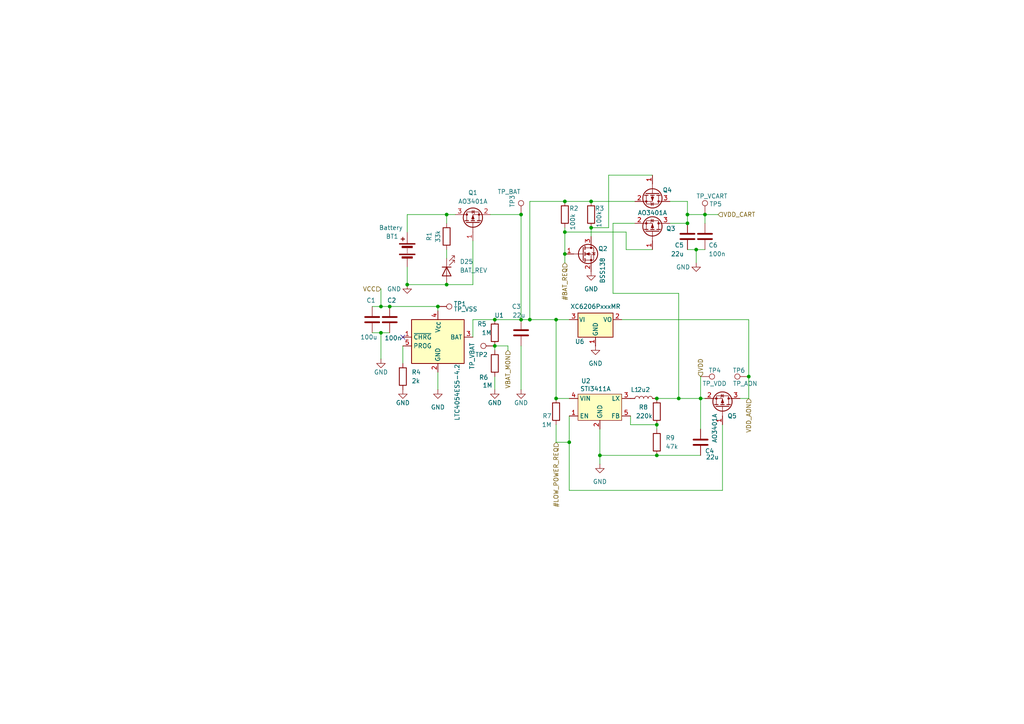
<source format=kicad_sch>
(kicad_sch (version 20231120) (generator "eeschema") (generator_version "8.0")
  (paper "A4")
  (title_block (title "Power systems"))
  (lib_symbols
    (symbol "Battery_Management:LTC4054ES5-4.2"
      (property "Reference" "U" (at -5.842 6.604 0))
      (property "Value" "LTC4054ES5-4.2" (at 1.524 6.604 0))
      (symbol "LTC4054ES5-4.2_0_1"
        (rectangle (start -7.62 5.08) (end 7.62 -7.62) (stroke (width 0.254)) (fill (type background)))
      )
      (symbol "LTC4054ES5-4.2_1_1"
        (pin open_collector line (at -10.16 0 0) (length 2.54) (name "~{CHRG}") (number "1"))
        (pin power_in line (at 0 -10.16 90) (length 2.54) (name "GND") (number "2"))
        (pin power_out line (at 10.16 0 180) (length 2.54) (name "BAT") (number "3"))
        (pin power_in line (at 0 7.62 270) (length 2.54) (name "V_{CC}") (number "4"))
        (pin bidirectional line (at -10.16 -2.54 0) (length 2.54) (name "PROG") (number "5"))
      )
    )
    (symbol "Connector:TestPoint" (pin_numbers hide) (pin_names (offset 0.762) hide)
      (property "Reference" "TP" (at 0 6.858 0))
      (property "Value" "TestPoint" (at 0 5.08 0))
      (symbol "TestPoint_0_1"
        (circle (center 0 3.302) (radius 0.762))
      )
      (symbol "TestPoint_1_1"
        (pin passive line (at 0 0 90) (length 2.54) (name "1") (number "1"))
      )
    )
    (symbol "Device:Battery" (pin_numbers hide) (pin_names (offset 0) hide)
      (property "Reference" "BT" (at 2.54 2.54 0))
      (property "Value" "Battery" (at 2.54 0 0))
      (symbol "Battery_0_1"
        (rectangle (start -2.286 -1.27) (end 2.286 -1.524) (fill (type outline)))
        (rectangle (start -2.286 1.778) (end 2.286 1.524) (fill (type outline)))
        (rectangle (start -1.524 -2.032) (end 1.524 -2.54) (fill (type outline)))
        (rectangle (start -1.524 1.016) (end 1.524 0.508) (fill (type outline)))
        (polyline (pts (xy 0 -1.016) (xy 0 -0.762)))
        (polyline (pts (xy 0 -0.508) (xy 0 -0.254)))
        (polyline (pts (xy 0 0) (xy 0 0.254)))
        (polyline (pts (xy 0 1.778) (xy 0 2.54)))
        (polyline (pts (xy 0.762 3.048) (xy 1.778 3.048)) (stroke (width 0.254)))
        (polyline (pts (xy 1.27 3.556) (xy 1.27 2.54)) (stroke (width 0.254)))
      )
      (symbol "Battery_1_1"
        (pin passive line (at 0 5.08 270) (length 2.54) (name "+") (number "1"))
        (pin passive line (at 0 -5.08 90) (length 2.54) (name "-") (number "2"))
      )
    )
    (symbol "Device:C" (pin_numbers hide) (pin_names (offset 0.254))
      (property "Reference" "C" (at 0.635 2.54 0))
      (property "Value" "C" (at 0.635 -2.54 0))
      (symbol "C_0_1"
        (polyline (pts (xy -2.032 -0.762) (xy 2.032 -0.762)) (stroke (width 0.508)))
        (polyline (pts (xy -2.032 0.762) (xy 2.032 0.762)) (stroke (width 0.508)))
      )
      (symbol "C_1_1"
        (pin passive line (at 0 3.81 270) (length 2.794) (name "~") (number "1"))
        (pin passive line (at 0 -3.81 90) (length 2.794) (name "~") (number "2"))
      )
    )
    (symbol "Device:L" (pin_numbers hide) (pin_names (offset 1.016) hide)
      (property "Reference" "L" (at -1.27 0 90))
      (property "Value" "L" (at 1.905 0 90))
      (symbol "L_0_1"
        (arc (start 0 -2.54) (mid 0.6323 -1.905) (end 0 -1.27))
        (arc (start 0 -1.27) (mid 0.6323 -0.635) (end 0 0))
        (arc (start 0 0) (mid 0.6323 0.635) (end 0 1.27))
        (arc (start 0 1.27) (mid 0.6323 1.905) (end 0 2.54))
      )
      (symbol "L_1_1"
        (pin passive line (at 0 3.81 270) (length 1.27) (name "1") (number "1"))
        (pin passive line (at 0 -3.81 90) (length 1.27) (name "2") (number "2"))
      )
    )
    (symbol "Device:LED" (pin_numbers hide) (pin_names (offset 1.016) hide)
      (property "Reference" "D" (at 0 2.54 0))
      (property "Value" "LED" (at 0 -2.54 0))
      (symbol "LED_0_1"
        (polyline (pts (xy -1.27 -1.27) (xy -1.27 1.27)) (stroke (width 0.254)))
        (polyline (pts (xy -1.27 0) (xy 1.27 0)))
        (polyline (pts (xy 1.27 -1.27) (xy 1.27 1.27) (xy -1.27 0) (xy 1.27 -1.27)) (stroke (width 0.254)))
        (polyline (pts (xy -3.048 -0.762) (xy -4.572 -2.286) (xy -3.81 -2.286) (xy -4.572 -2.286) (xy -4.572 -1.524)))
        (polyline (pts (xy -1.778 -0.762) (xy -3.302 -2.286) (xy -2.54 -2.286) (xy -3.302 -2.286) (xy -3.302 -1.524)))
      )
      (symbol "LED_1_1"
        (pin passive line (at -3.81 0 0) (length 2.54) (name "K") (number "1"))
        (pin passive line (at 3.81 0 180) (length 2.54) (name "A") (number "2"))
      )
    )
    (symbol "Device:R" (pin_numbers hide) (pin_names (offset 0))
      (property "Reference" "R" (at 2.032 0 90))
      (property "Value" "R" (at 0 0 90))
      (symbol "R_0_1"
        (rectangle (start -1.016 -2.54) (end 1.016 2.54) (stroke (width 0.254)))
      )
      (symbol "R_1_1"
        (pin passive line (at 0 3.81 270) (length 1.27) (name "~") (number "1"))
        (pin passive line (at 0 -3.81 90) (length 1.27) (name "~") (number "2"))
      )
    )
    (symbol "Regulator_Linear:XC6206PxxxMR" (pin_names (offset 0.254))
      (property "Reference" "U" (at -3.81 3.175 0))
      (property "Value" "XC6206PxxxMR" (at 0 3.175 0))
      (symbol "XC6206PxxxMR_0_1"
        (rectangle (start -5.08 1.905) (end 5.08 -5.08) (stroke (width 0.254)) (fill (type background)))
      )
      (symbol "XC6206PxxxMR_1_1"
        (pin power_in line (at 0 -7.62 90) (length 2.54) (name "GND") (number "1"))
        (pin power_out line (at 7.62 0 180) (length 2.54) (name "VO") (number "2"))
        (pin power_in line (at -7.62 0 0) (length 2.54) (name "VI") (number "3"))
      )
    )
    (symbol "Transistor_FET:AO3401A" (pin_names hide)
      (property "Reference" "Q" (at 5.08 1.905 0))
      (property "Value" "AO3401A" (at 5.08 0 0))
      (symbol "AO3401A_0_1"
        (polyline (pts (xy 0.254 0) (xy -2.54 0)))
        (polyline (pts (xy 0.254 1.905) (xy 0.254 -1.905)) (stroke (width 0.254)))
        (polyline (pts (xy 0.762 -1.27) (xy 0.762 -2.286)) (stroke (width 0.254)))
        (polyline (pts (xy 0.762 0.508) (xy 0.762 -0.508)) (stroke (width 0.254)))
        (polyline (pts (xy 0.762 2.286) (xy 0.762 1.27)) (stroke (width 0.254)))
        (polyline (pts (xy 2.54 2.54) (xy 2.54 1.778)))
        (polyline (pts (xy 2.54 -2.54) (xy 2.54 0) (xy 0.762 0)))
        (polyline (pts (xy 0.762 1.778) (xy 3.302 1.778) (xy 3.302 -1.778) (xy 0.762 -1.778)))
        (polyline (pts (xy 2.286 0) (xy 1.27 0.381) (xy 1.27 -0.381) (xy 2.286 0)) (fill (type outline)))
        (polyline (pts (xy 2.794 -0.508) (xy 2.921 -0.381) (xy 3.683 -0.381) (xy 3.81 -0.254)))
        (polyline (pts (xy 3.302 -0.381) (xy 2.921 0.254) (xy 3.683 0.254) (xy 3.302 -0.381)))
        (circle (center 1.651 0) (radius 2.794) (stroke (width 0.254)))
        (circle (center 2.54 -1.778) (radius 0.254) (fill (type outline)))
        (circle (center 2.54 1.778) (radius 0.254) (fill (type outline)))
      )
      (symbol "AO3401A_1_1"
        (pin input line (at -5.08 0 0) (length 2.54) (name "G") (number "1"))
        (pin passive line (at 2.54 -5.08 90) (length 2.54) (name "S") (number "2"))
        (pin passive line (at 2.54 5.08 270) (length 2.54) (name "D") (number "3"))
      )
    )
    (symbol "Transistor_FET:BSS138" (pin_names hide)
      (property "Reference" "Q" (at 5.08 1.905 0))
      (property "Value" "BSS138" (at 5.08 0 0))
      (symbol "BSS138_0_1"
        (polyline (pts (xy 0.254 0) (xy -2.54 0)))
        (polyline (pts (xy 0.254 1.905) (xy 0.254 -1.905)) (stroke (width 0.254)))
        (polyline (pts (xy 0.762 -1.27) (xy 0.762 -2.286)) (stroke (width 0.254)))
        (polyline (pts (xy 0.762 0.508) (xy 0.762 -0.508)) (stroke (width 0.254)))
        (polyline (pts (xy 0.762 2.286) (xy 0.762 1.27)) (stroke (width 0.254)))
        (polyline (pts (xy 2.54 2.54) (xy 2.54 1.778)))
        (polyline (pts (xy 2.54 -2.54) (xy 2.54 0) (xy 0.762 0)))
        (polyline (pts (xy 0.762 -1.778) (xy 3.302 -1.778) (xy 3.302 1.778) (xy 0.762 1.778)))
        (polyline (pts (xy 1.016 0) (xy 2.032 0.381) (xy 2.032 -0.381) (xy 1.016 0)) (fill (type outline)))
        (polyline (pts (xy 2.794 0.508) (xy 2.921 0.381) (xy 3.683 0.381) (xy 3.81 0.254)))
        (polyline (pts (xy 3.302 0.381) (xy 2.921 -0.254) (xy 3.683 -0.254) (xy 3.302 0.381)))
        (circle (center 1.651 0) (radius 2.794) (stroke (width 0.254)))
        (circle (center 2.54 -1.778) (radius 0.254) (fill (type outline)))
        (circle (center 2.54 1.778) (radius 0.254) (fill (type outline)))
      )
      (symbol "BSS138_1_1"
        (pin input line (at -5.08 0 0) (length 2.54) (name "G") (number "1"))
        (pin passive line (at 2.54 -5.08 90) (length 2.54) (name "S") (number "2"))
        (pin passive line (at 2.54 5.08 270) (length 2.54) (name "D") (number "3"))
      )
    )
    (symbol "custom:STI3411"
      (property "Reference" "U2" (at 2.286 3.81 0))
      (property "Value" "STI3411A" (at 5.08 1.524 0))
      (symbol "STI3411_1_1"
        (rectangle (start 0 0) (end 12.7 -7.62) (fill (type background)))
        (pin input line (at -2.54 -6.35 0) (length 2.54) (name "EN") (number "1"))
        (pin power_in line (at 6.35 -10.16 90) (length 2.54) (name "GND") (number "2"))
        (pin power_out line (at 15.24 -1.27 180) (length 2.54) (name "LX") (number "3"))
        (pin power_in line (at -2.54 -1.27 0) (length 2.54) (name "VIN") (number "4"))
        (pin input line (at 15.24 -6.35 180) (length 2.54) (name "FB") (number "5"))
      )
    )
    (symbol "power:GND" (power) (pin_numbers hide) (pin_names (offset 0) hide)
      (property "Value" "GND" (at 0 -3.81 0))
      (symbol "GND_0_1"
        (polyline (pts (xy 0 0) (xy 0 -1.27) (xy 1.27 -1.27) (xy 0 -2.54) (xy -1.27 -1.27) (xy 0 -1.27)))
      )
      (symbol "GND_1_1"
        (pin power_in line (at 0 0 270) (length 0) (name "~") (number "1"))
      )
    )
  )
  (junction (at 163.83 67.31))
  (junction (at 203.2 115.57))
  (junction (at 165.1 128.27))
  (junction (at 199.39 64.77))
  (junction (at 110.49 96.52))
  (junction (at 113.03 88.9))
  (junction (at 153.67 92.71))
  (junction (at 204.47 62.23))
  (junction (at 129.54 82.55))
  (junction (at 173.99 132.08))
  (junction (at 196.85 115.57))
  (junction (at 201.93 72.39))
  (junction (at 190.5 115.57))
  (junction (at 151.13 92.71))
  (junction (at 190.5 123.19))
  (junction (at 161.29 92.71))
  (junction (at 110.49 88.9))
  (junction (at 129.54 62.23))
  (junction (at 171.45 66.04))
  (junction (at 151.13 62.23))
  (junction (at 171.45 58.42))
  (junction (at 143.51 100.33))
  (junction (at 127 88.9))
  (junction (at 217.17 109.22))
  (junction (at 163.83 58.42))
  (junction (at 199.39 62.23))
  (junction (at 161.29 115.57))
  (junction (at 143.51 92.71))
  (junction (at 118.11 82.55))
  (junction (at 163.83 73.66))
  (junction (at 190.5 132.08))
  (no_connect (at 116.84 97.79))
  (wire (pts (xy 110.49 96.52) (xy 113.03 96.52)))
  (wire (pts (xy 199.39 58.42) (xy 199.39 62.23)))
  (wire (pts (xy 116.84 105.41) (xy 116.84 100.33)))
  (wire (pts (xy 182.88 120.65) (xy 182.88 123.19)))
  (wire (pts (xy 209.55 142.24) (xy 209.55 123.19)))
  (wire (pts (xy 129.54 62.23) (xy 118.11 62.23)))
  (wire (pts (xy 176.53 50.8) (xy 189.23 50.8)))
  (wire (pts (xy 217.17 92.71) (xy 217.17 109.22)))
  (wire (pts (xy 163.83 73.66) (xy 163.83 76.2)))
  (wire (pts (xy 173.99 132.08) (xy 190.5 132.08)))
  (wire (pts (xy 181.61 72.39) (xy 181.61 67.31)))
  (wire (pts (xy 110.49 83.82) (xy 110.49 88.9)))
  (wire (pts (xy 129.54 64.77) (xy 129.54 62.23)))
  (wire (pts (xy 190.5 123.19) (xy 190.5 124.46)))
  (wire (pts (xy 153.67 58.42) (xy 153.67 92.71)))
  (wire (pts (xy 132.08 62.23) (xy 129.54 62.23)))
  (wire (pts (xy 190.5 132.08) (xy 203.2 132.08)))
  (wire (pts (xy 171.45 66.04) (xy 171.45 68.58)))
  (wire (pts (xy 199.39 62.23) (xy 199.39 64.77)))
  (wire (pts (xy 201.93 72.39) (xy 201.93 76.2)))
  (wire (pts (xy 110.49 88.9) (xy 113.03 88.9)))
  (wire (pts (xy 203.2 115.57) (xy 203.2 124.46)))
  (wire (pts (xy 127 107.95) (xy 127 113.03)))
  (wire (pts (xy 176.53 66.04) (xy 176.53 50.8)))
  (wire (pts (xy 173.99 124.46) (xy 173.99 132.08)))
  (wire (pts (xy 107.95 88.9) (xy 110.49 88.9)))
  (wire (pts (xy 204.47 62.23) (xy 208.28 62.23)))
  (wire (pts (xy 204.47 115.57) (xy 203.2 115.57)))
  (wire (pts (xy 165.1 128.27) (xy 165.1 120.65)))
  (wire (pts (xy 137.16 69.85) (xy 137.16 82.55)))
  (wire (pts (xy 161.29 92.71) (xy 165.1 92.71)))
  (wire (pts (xy 196.85 85.09) (xy 196.85 115.57)))
  (wire (pts (xy 217.17 115.57) (xy 214.63 115.57)))
  (wire (pts (xy 163.83 67.31) (xy 163.83 73.66)))
  (wire (pts (xy 189.23 72.39) (xy 181.61 72.39)))
  (wire (pts (xy 143.51 109.22) (xy 143.51 113.03)))
  (wire (pts (xy 129.54 82.55) (xy 137.16 82.55)))
  (wire (pts (xy 118.11 62.23) (xy 118.11 67.31)))
  (wire (pts (xy 147.32 100.33) (xy 147.32 101.6)))
  (wire (pts (xy 151.13 92.71) (xy 153.67 92.71)))
  (wire (pts (xy 161.29 92.71) (xy 161.29 115.57)))
  (wire (pts (xy 171.45 66.04) (xy 176.53 66.04)))
  (wire (pts (xy 177.8 85.09) (xy 196.85 85.09)))
  (wire (pts (xy 196.85 115.57) (xy 203.2 115.57)))
  (wire (pts (xy 181.61 67.31) (xy 163.83 67.31)))
  (wire (pts (xy 203.2 109.22) (xy 203.2 115.57)))
  (wire (pts (xy 190.5 115.57) (xy 196.85 115.57)))
  (wire (pts (xy 127 88.9) (xy 127 90.17)))
  (wire (pts (xy 161.29 128.27) (xy 161.29 123.19)))
  (wire (pts (xy 201.93 72.39) (xy 204.47 72.39)))
  (wire (pts (xy 163.83 58.42) (xy 171.45 58.42)))
  (wire (pts (xy 143.51 92.71) (xy 151.13 92.71)))
  (wire (pts (xy 204.47 62.23) (xy 204.47 64.77)))
  (wire (pts (xy 147.32 100.33) (xy 143.51 100.33)))
  (wire (pts (xy 163.83 66.04) (xy 163.83 67.31)))
  (wire (pts (xy 171.45 58.42) (xy 184.15 58.42)))
  (wire (pts (xy 177.8 64.77) (xy 177.8 85.09)))
  (wire (pts (xy 137.16 92.71) (xy 143.51 92.71)))
  (wire (pts (xy 199.39 58.42) (xy 194.31 58.42)))
  (wire (pts (xy 165.1 128.27) (xy 165.1 142.24)))
  (wire (pts (xy 161.29 115.57) (xy 165.1 115.57)))
  (wire (pts (xy 199.39 72.39) (xy 201.93 72.39)))
  (wire (pts (xy 194.31 64.77) (xy 199.39 64.77)))
  (wire (pts (xy 180.34 92.71) (xy 217.17 92.71)))
  (wire (pts (xy 137.16 92.71) (xy 137.16 97.79)))
  (wire (pts (xy 118.11 82.55) (xy 129.54 82.55)))
  (wire (pts (xy 177.8 64.77) (xy 184.15 64.77)))
  (wire (pts (xy 199.39 62.23) (xy 204.47 62.23)))
  (wire (pts (xy 118.11 77.47) (xy 118.11 82.55)))
  (wire (pts (xy 165.1 142.24) (xy 209.55 142.24)))
  (wire (pts (xy 129.54 72.39) (xy 129.54 74.93)))
  (wire (pts (xy 107.95 96.52) (xy 110.49 96.52)))
  (wire (pts (xy 151.13 62.23) (xy 151.13 92.71)))
  (wire (pts (xy 113.03 88.9) (xy 127 88.9)))
  (wire (pts (xy 151.13 100.33) (xy 151.13 113.03)))
  (wire (pts (xy 161.29 128.27) (xy 165.1 128.27)))
  (wire (pts (xy 153.67 58.42) (xy 163.83 58.42)))
  (wire (pts (xy 182.88 123.19) (xy 190.5 123.19)))
  (wire (pts (xy 142.24 62.23) (xy 151.13 62.23)))
  (wire (pts (xy 173.99 134.62) (xy 173.99 132.08)))
  (wire (pts (xy 110.49 96.52) (xy 110.49 104.14)))
  (wire (pts (xy 217.17 109.22) (xy 217.17 115.57)))
  (wire (pts (xy 143.51 100.33) (xy 143.51 101.6)))
  (wire (pts (xy 153.67 92.71) (xy 161.29 92.71)))
  (hierarchical_label "#LOW_POWER_REQ" (shape input) (at 161.29 128.27 270))
  (hierarchical_label "VDD_AON" (shape input) (at 217.17 115.57 270))
  (hierarchical_label "#BAT_REQ" (shape input) (at 163.83 76.2 270))
  (hierarchical_label "VDD_CART" (shape input) (at 208.28 62.23 0))
  (hierarchical_label "VCC" (shape input) (at 110.49 83.82 180))
  (hierarchical_label "VDD" (shape input) (at 203.2 109.22 90))
  (hierarchical_label "VBAT_MON" (shape input) (at 147.32 101.6 270))
  (symbol (lib_id "Connector:TestPoint") (at 203.2 109.22 270) (unit 1)
    (property "Reference" "TP4" (at 205.486 107.442 90) (effects (justify left)))
    (property "Value" "TP_VDD" (at 203.708 111.252 90) (effects (justify left)))
    (property "Footprint" "TestPoint:TestPoint_Pad_1.5x1.5mm" (effects (hide yes)))
    (property "Description" "test point" (effects (hide yes)))
  )
  (symbol (lib_id "Connector:TestPoint") (at 127 88.9 270) (unit 1)
    (property "Reference" "TP1" (at 131.572 88.138 90) (effects (justify left)))
    (property "Value" "TP_VSS" (at 131.572 89.662 90) (effects (justify left)))
    (property "Footprint" "TestPoint:TestPoint_Pad_1.5x1.5mm" (effects (hide yes)))
    (property "Description" "test point" (effects (hide yes)))
  )
  (symbol (lib_id "Battery_Management:LTC4054ES5-4.2") (at 127 97.79 0) (unit 1)
    (property "Reference" "U1" (at 144.78 91.4714 0))
    (property "Value" "LTC4054ES5-4.2" (at 132.588 113.792 90))
    (property "Footprint" "Package_TO_SOT_SMD:TSOT-23-5" (effects (hide yes)))
    (property "Datasheet" "https://www.analog.com/media/en/technical-documentation/data-sheets/405442xf.pdf" (effects (hide yes)))
    (property "Description" "Constant-current/constant-voltage linear charger for single cell lithium-ion batteries with 2.9V Trickle Charge, 4.5V to 6.5V VDD, -40 to +85 degree Celsius, TSOT-23-5" (effects (hide yes)))
  )
  (symbol (lib_id "Device:C") (at 199.39 68.58 0) (mirror y) (unit 1)
    (property "Reference" "C5" (at 198.374 71.12 0) (effects (justify left)))
    (property "Value" "22u" (at 198.374 73.66 0) (effects (justify left)))
    (property "Footprint" "Resistor_SMD:R_1210_3225Metric_Pad1.30x2.65mm_HandSolder" (effects (hide yes)))
    (property "Description" "Unpolarized capacitor" (effects (hide yes)))
  )
  (symbol (lib_id "Transistor_FET:AO3401A") (at 189.23 67.31 270) (mirror x) (unit 1)
    (property "Reference" "Q4" (at 193.548 55.118 90))
    (property "Value" "AO3401A" (effects (hide yes)))
    (property "Footprint" "Package_TO_SOT_SMD:SOT-23" (effects (hide yes)))
    (property "Datasheet" "http://www.aosmd.com/pdfs/datasheet/AO3401A.pdf" (effects (hide yes)))
    (property "Description" "-4.0A Id, -30V Vds, P-Channel MOSFET, SOT-23" (effects (hide yes)))
  )
  (symbol (lib_id "Connector:TestPoint") (at 143.51 100.33 90) (unit 1)
    (property "Reference" "TP2" (at 141.478 102.87 90) (effects (justify left)))
    (property "Value" "TP_VBAT" (at 136.906 107.188 0) (effects (justify left)))
    (property "Footprint" "TestPoint:TestPoint_Pad_1.5x1.5mm" (effects (hide yes)))
    (property "Description" "test point" (effects (hide yes)))
  )
  (symbol (lib_id "Regulator_Linear:XC6206PxxxMR") (at 172.72 92.71 0) (unit 1)
    (property "Reference" "U6" (at 168.148 99.06 0))
    (property "Value" "XC6206PxxxMR" (at 172.72 88.9 0))
    (property "Footprint" "Package_TO_SOT_SMD:SOT-23-3" (effects (hide yes)))
    (property "Datasheet" "https://www.torexsemi.com/file/xc6206/XC6206.pdf" (effects (hide yes)))
    (property "Description" "Positive 60-250mA Low Dropout Regulator, Fixed Output, SOT-23" (effects (hide yes)))
  )
  (symbol (lib_id "Device:L") (at 186.69 115.57 90) (unit 1)
    (property "Reference" "L1" (at 184.15 113.03 90))
    (property "Value" "2u2" (at 186.69 113.03 90))
    (property "Footprint" "Inductor_SMD:L_Chilisin_BMRA00050530" (effects (hide yes)))
    (property "Description" "Inductor" (effects (hide yes)))
  )
  (symbol (lib_id "power:GND") (at 201.93 76.2 0) (mirror y) (unit 1)
    (property "Reference" "#PWR031" (effects (hide yes)))
    (property "Value" "GND" (at 198.12 77.47 0))
    (property "Description" "Power symbol creates a global label with name \"GND\" , ground" (effects (hide yes)))
  )
  (symbol (lib_id "Device:R") (at 161.29 119.38 0) (mirror y) (unit 1)
    (property "Reference" "R7" (at 160.02 120.65 0) (effects (justify left)))
    (property "Value" "1M" (at 160.02 123.19 0) (effects (justify left)))
    (property "Footprint" "Resistor_SMD:R_0805_2012Metric_Pad1.20x1.40mm_HandSolder" (effects (hide yes)))
    (property "Description" "Resistor" (effects (hide yes)))
  )
  (symbol (lib_id "Device:R") (at 143.51 96.52 0) (unit 1)
    (property "Reference" "R5" (at 138.43 93.98 0) (effects (justify left)))
    (property "Value" "1M" (at 139.7 96.52 0) (effects (justify left)))
    (property "Footprint" "Resistor_SMD:R_0805_2012Metric_Pad1.20x1.40mm_HandSolder" (effects (hide yes)))
    (property "Description" "Resistor" (effects (hide yes)))
  )
  (symbol (lib_id "Device:R") (at 171.45 62.23 0) (mirror y) (unit 1)
    (property "Reference" "R3" (at 175.26 60.452 0) (effects (justify left)))
    (property "Value" "100k" (at 173.736 66.04 90) (effects (justify left)))
    (property "Footprint" "Resistor_SMD:R_0805_2012Metric_Pad1.20x1.40mm_HandSolder" (effects (hide yes)))
    (property "Description" "Resistor" (effects (hide yes)))
  )
  (symbol (lib_id "Device:R") (at 190.5 119.38 0) (mirror y) (unit 1)
    (property "Reference" "R8" (at 187.96 118.11 0) (effects (justify left)))
    (property "Value" "220k" (at 184.404 120.65 0) (effects (justify right)))
    (property "Footprint" "Resistor_SMD:R_0805_2012Metric_Pad1.20x1.40mm_HandSolder" (effects (hide yes)))
    (property "Description" "Resistor" (effects (hide yes)))
  )
  (symbol (lib_id "Connector:TestPoint") (at 204.47 62.23 0) (unit 1)
    (property "Reference" "TP5" (at 205.74 59.182 0) (effects (justify left)))
    (property "Value" "TP_VCART" (at 201.93 56.896 0) (effects (justify left)))
    (property "Footprint" "TestPoint:TestPoint_Pad_1.5x1.5mm" (effects (hide yes)))
    (property "Description" "test point" (effects (hide yes)))
  )
  (symbol (lib_id "Device:C") (at 107.95 92.71 0) (mirror y) (unit 1)
    (property "Reference" "C1" (at 108.966 87.122 0) (effects (justify left)))
    (property "Value" "100u" (at 109.474 97.79 0) (effects (justify left)))
    (property "Footprint" "Capacitor_SMD:C_Elec_5x5.4" (effects (hide yes)))
    (property "Description" "Unpolarized capacitor" (effects (hide yes)))
  )
  (symbol (lib_id "Transistor_FET:AO3401A") (at 189.23 55.88 270) (unit 1)
    (property "Reference" "Q3" (at 194.564 66.294 90))
    (property "Value" "AO3401A" (at 189.23 61.722 90))
    (property "Footprint" "Package_TO_SOT_SMD:SOT-23" (effects (hide yes)))
    (property "Datasheet" "http://www.aosmd.com/pdfs/datasheet/AO3401A.pdf" (effects (hide yes)))
    (property "Description" "-4.0A Id, -30V Vds, P-Channel MOSFET, SOT-23" (effects (hide yes)))
  )
  (symbol (lib_id "Connector:TestPoint") (at 151.13 62.23 0) (unit 1)
    (property "Reference" "TP3" (at 148.59 60.198 90) (effects (justify left)))
    (property "Value" "TP_BAT" (at 144.272 55.626 0) (effects (justify left)))
    (property "Footprint" "TestPoint:TestPoint_Pad_1.5x1.5mm" (effects (hide yes)))
    (property "Description" "test point" (effects (hide yes)))
  )
  (symbol (lib_id "Device:C") (at 204.47 68.58 0) (unit 1)
    (property "Reference" "C6" (at 205.486 71.12 0) (effects (justify left)))
    (property "Value" "100n" (at 205.486 73.66 0) (effects (justify left)))
    (property "Footprint" "Resistor_SMD:R_0805_2012Metric_Pad1.20x1.40mm_HandSolder" (effects (hide yes)))
    (property "Description" "Unpolarized capacitor" (effects (hide yes)))
  )
  (symbol (lib_id "power:GND") (at 171.45 78.74 0) (unit 1)
    (property "Reference" "#PWR028" (effects (hide yes)))
    (property "Value" "GND" (at 171.45 83.82 0))
    (property "Description" "Power symbol creates a global label with name \"GND\" , ground" (effects (hide yes)))
  )
  (symbol (lib_id "custom:STI3411") (at 167.64 114.3 0) (unit 1)
    (property "Reference" "U2" (at 169.926 110.49 0))
    (property "Value" "STI3411A" (at 172.72 112.776 0))
    (property "Footprint" "Package_TO_SOT_SMD:TSOT-23-5" (effects (hide yes)))
  )
  (symbol (lib_id "Device:R") (at 163.83 62.23 0) (unit 1)
    (property "Reference" "R2" (at 165.1 60.452 0) (effects (justify left)))
    (property "Value" "100k" (at 166.116 66.802 90) (effects (justify left)))
    (property "Footprint" "Resistor_SMD:R_0805_2012Metric_Pad1.20x1.40mm_HandSolder" (effects (hide yes)))
    (property "Description" "Resistor" (effects (hide yes)))
  )
  (symbol (lib_id "power:GND") (at 172.72 100.33 0) (unit 1)
    (property "Reference" "#PWR029" (effects (hide yes)))
    (property "Value" "GND" (at 172.72 105.41 0))
    (property "Description" "Power symbol creates a global label with name \"GND\" , ground" (effects (hide yes)))
  )
  (symbol (lib_id "Device:C") (at 203.2 128.27 0) (mirror y) (unit 1)
    (property "Reference" "C4" (at 204.47 130.81 0) (effects (justify right)))
    (property "Value" "22u" (at 204.724 132.588 0) (effects (justify right)))
    (property "Footprint" "Capacitor_SMD:C_0805_2012Metric_Pad1.18x1.45mm_HandSolder" (effects (hide yes)))
    (property "Description" "Unpolarized capacitor" (effects (hide yes)))
  )
  (symbol (lib_id "Device:R") (at 190.5 128.27 0) (unit 1)
    (property "Reference" "R9" (at 193.04 126.9999 0) (effects (justify left)))
    (property "Value" "47k" (at 193.04 129.5399 0) (effects (justify left)))
    (property "Footprint" "Resistor_SMD:R_0805_2012Metric_Pad1.20x1.40mm_HandSolder" (effects (hide yes)))
    (property "Description" "Resistor" (effects (hide yes)))
  )
  (symbol (lib_id "power:GND") (at 127 113.03 0) (unit 1)
    (property "Reference" "#PWR019" (effects (hide yes)))
    (property "Value" "GND" (at 127 118.11 0))
    (property "Description" "Power symbol creates a global label with name \"GND\" , ground" (effects (hide yes)))
  )
  (symbol (lib_id "Device:C") (at 113.03 92.71 0) (unit 1)
    (property "Reference" "C2" (at 112.268 87.122 0) (effects (justify left)))
    (property "Value" "100n" (at 111.506 98.044 0) (effects (justify left)))
    (property "Footprint" "Capacitor_SMD:C_0805_2012Metric" (effects (hide yes)))
    (property "Description" "Unpolarized capacitor" (effects (hide yes)))
  )
  (symbol (lib_id "power:GND") (at 173.99 134.62 0) (unit 1)
    (property "Reference" "#PWR030" (effects (hide yes)))
    (property "Value" "GND" (at 173.99 139.7 0))
    (property "Description" "Power symbol creates a global label with name \"GND\" , ground" (effects (hide yes)))
  )
  (symbol (lib_id "Connector:TestPoint") (at 217.17 109.22 90) (unit 1)
    (property "Reference" "TP6" (at 216.154 107.442 90) (effects (justify left)))
    (property "Value" "TP_AON" (at 219.71 111.252 90) (effects (justify left)))
    (property "Footprint" "TestPoint:TestPoint_Pad_1.5x1.5mm" (effects (hide yes)))
    (property "Description" "test point" (effects (hide yes)))
  )
  (symbol (lib_id "Device:Battery") (at 118.11 72.39 0) (mirror y) (unit 1)
    (property "Reference" "BT1" (at 115.57 68.58 0) (effects (justify left)))
    (property "Value" "Battery" (at 116.84 66.04 0) (effects (justify left)))
    (property "Footprint" "footprints:LiIon18650" (effects (hide yes)))
    (property "Description" "Multiple-cell battery" (effects (hide yes)))
  )
  (symbol (lib_id "Device:R") (at 129.54 68.58 0) (mirror y) (unit 1)
    (property "Reference" "R1" (at 124.46 68.58 90))
    (property "Value" "33k" (at 127 68.58 90))
    (property "Footprint" "Resistor_SMD:R_0805_2012Metric_Pad1.20x1.40mm_HandSolder" (effects (hide yes)))
    (property "Description" "Resistor" (effects (hide yes)))
  )
  (symbol (lib_id "Transistor_FET:AO3401A") (at 137.16 64.77 90) (unit 1)
    (property "Reference" "Q1" (at 137.16 55.88 90))
    (property "Value" "AO3401A" (at 137.16 58.42 90))
    (property "Footprint" "Package_TO_SOT_SMD:SOT-23" (effects (hide yes)))
    (property "Datasheet" "http://www.aosmd.com/pdfs/datasheet/AO3401A.pdf" (effects (hide yes)))
    (property "Description" "-4.0A Id, -30V Vds, P-Channel MOSFET, SOT-23" (effects (hide yes)))
  )
  (symbol (lib_id "power:GND") (at 116.84 113.03 0) (unit 1)
    (property "Reference" "#PWR05" (effects (hide yes)))
    (property "Value" "GND" (at 116.84 116.84 0))
    (property "Description" "Power symbol creates a global label with name \"GND\" , ground" (effects (hide yes)))
  )
  (symbol (lib_id "power:GND") (at 118.11 82.55 0) (mirror y) (unit 1)
    (property "Reference" "#PWR012" (effects (hide yes)))
    (property "Value" "GND" (at 114.3 83.82 0))
    (property "Description" "Power symbol creates a global label with name \"GND\" , ground" (effects (hide yes)))
  )
  (symbol (lib_id "power:GND") (at 151.13 113.03 0) (unit 1)
    (property "Reference" "#PWR024" (effects (hide yes)))
    (property "Value" "GND" (at 151.13 116.84 0))
    (property "Description" "Power symbol creates a global label with name \"GND\" , ground" (effects (hide yes)))
  )
  (symbol (lib_id "Device:R") (at 143.51 105.41 0) (unit 1)
    (property "Reference" "R6" (at 138.938 109.474 0) (effects (justify left)))
    (property "Value" "1M" (at 139.954 111.76 0) (effects (justify left)))
    (property "Footprint" "Resistor_SMD:R_0805_2012Metric_Pad1.20x1.40mm_HandSolder" (effects (hide yes)))
    (property "Description" "Resistor" (effects (hide yes)))
  )
  (symbol (lib_id "power:GND") (at 110.49 104.14 0) (unit 1)
    (property "Reference" "#PWR03" (effects (hide yes)))
    (property "Value" "GND" (at 110.49 107.95 0))
    (property "Description" "Power symbol creates a global label with name \"GND\" , ground" (effects (hide yes)))
  )
  (symbol (lib_id "Device:C") (at 151.13 96.52 0) (mirror y) (unit 1)
    (property "Reference" "C3" (at 151.13 88.9 0) (effects (justify left)))
    (property "Value" "22u" (at 152.4 91.44 0) (effects (justify left)))
    (property "Footprint" "Capacitor_SMD:C_1210_3225Metric_Pad1.33x2.70mm_HandSolder" (effects (hide yes)))
    (property "Description" "Unpolarized capacitor" (effects (hide yes)))
  )
  (symbol (lib_id "Device:LED") (at 129.54 78.74 90) (mirror x) (unit 1)
    (property "Reference" "D25" (at 133.35 75.8824 90) (effects (justify right)))
    (property "Value" "BAT_REV" (at 133.35 78.4224 90) (effects (justify right)))
    (property "Footprint" "Resistor_SMD:R_0805_2012Metric_Pad1.20x1.40mm_HandSolder" (effects (hide yes)))
    (property "Description" "Light emitting diode" (effects (hide yes)))
  )
  (symbol (lib_id "Device:R") (at 116.84 109.22 0) (unit 1)
    (property "Reference" "R4" (at 119.38 107.95 0) (effects (justify left)))
    (property "Value" "2k" (at 119.38 110.49 0) (effects (justify left)))
    (property "Footprint" "Resistor_SMD:R_0805_2012Metric_Pad1.20x1.40mm_HandSolder" (effects (hide yes)))
    (property "Description" "Resistor" (effects (hide yes)))
  )
  (symbol (lib_id "power:GND") (at 143.51 113.03 0) (unit 1)
    (property "Reference" "#PWR020" (effects (hide yes)))
    (property "Value" "GND" (at 143.51 116.84 0))
    (property "Description" "Power symbol creates a global label with name \"GND\" , ground" (effects (hide yes)))
  )
  (symbol (lib_id "Transistor_FET:AO3401A") (at 209.55 118.11 270) (mirror x) (unit 1)
    (property "Reference" "Q5" (at 212.344 120.65 90))
    (property "Value" "AO3401A" (at 207.264 124.206 0))
    (property "Footprint" "Package_TO_SOT_SMD:SOT-23" (effects (hide yes)))
    (property "Datasheet" "http://www.aosmd.com/pdfs/datasheet/AO3401A.pdf" (effects (hide yes)))
    (property "Description" "-4.0A Id, -30V Vds, P-Channel MOSFET, SOT-23" (effects (hide yes)))
  )
  (symbol (lib_id "Transistor_FET:BSS138") (at 168.91 73.66 0) (unit 1)
    (property "Reference" "Q2" (at 173.482 72.136 0) (effects (justify left)))
    (property "Value" "BSS138" (at 174.752 74.676 90) (effects (justify right)))
    (property "Footprint" "Package_TO_SOT_SMD:SOT-23" (effects (hide yes)))
    (property "Datasheet" "https://www.onsemi.com/pub/Collateral/BSS138-D.PDF" (effects (hide yes)))
    (property "Description" "50V Vds, 0.22A Id, N-Channel MOSFET, SOT-23" (effects (hide yes)))
  )
)
</source>
